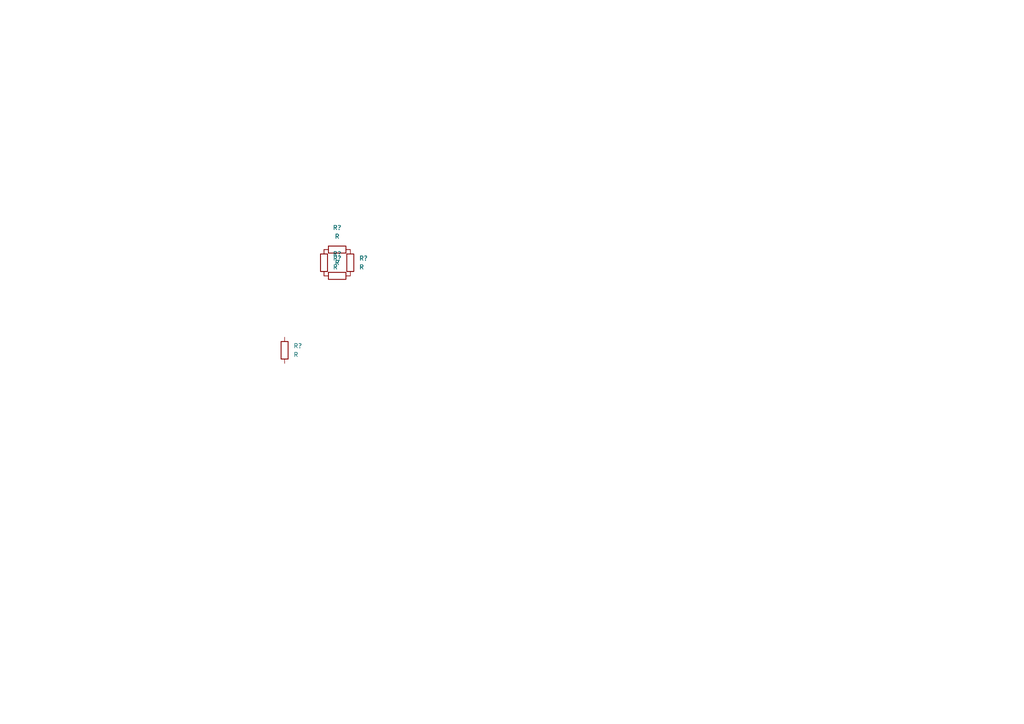
<source format=kicad_sch>
(kicad_sch (version 20211123) (generator eeschema)
  (paper "A4")
  (title_block (title "Projeto Teste") (date "2022-03-18") (rev "0.1") (company "Brynden Comp"))
  (lib_symbols
    (symbol "Device:R" (pin_numbers hide) (pin_names (offset 0))
      (property "Reference" "R" (at 2.032 0 90))
      (property "Value" "R" (at 0 0 90))
      (symbol "R_0_1"
        (rectangle (start -1.016 -2.54) (end 1.016 2.54) (stroke (width 0.254)))
      )
      (symbol "R_1_1"
        (pin passive line (at 0 3.81 270) (length 1.27) (name "~") (number "1"))
        (pin passive line (at 0 -3.81 90) (length 1.27) (name "~") (number "2"))
      )
    )
  )
  (symbol (lib_id "Device:R") (at 101.6 76.2 0) (unit 1)
    (property "Reference" "R?" (at 104.14 74.9299 0) (effects (justify left)))
    (property "Value" "R" (at 104.14 77.4699 0) (effects (justify left)))
  )
  (symbol (lib_id "Device:R") (at 93.98 76.2 180) (unit 1)
    (property "Reference" "R?" (at 96.52 74.9299 0) (effects (justify right)))
    (property "Value" "R" (at 96.52 77.4699 0) (effects (justify right)))
  )
  (symbol (lib_id "Device:R") (at 82.55 101.6 180) (unit 1)
    (property "Reference" "R?" (at 85.09 100.3299 0) (effects (justify right)))
    (property "Value" "R" (at 85.09 102.8699 0) (effects (justify right)))
  )
  (symbol (lib_id "Device:R") (at 97.79 80.01 270) (unit 1)
    (property "Reference" "R?" (at 97.79 73.66 90))
    (property "Value" "R" (at 97.79 76.2 90))
  )
  (symbol (lib_id "Device:R") (at 97.79 72.39 270) (unit 1)
    (property "Reference" "R?" (at 97.79 66.04 90))
    (property "Value" "R" (at 97.79 68.58 90))
  )
)
</source>
